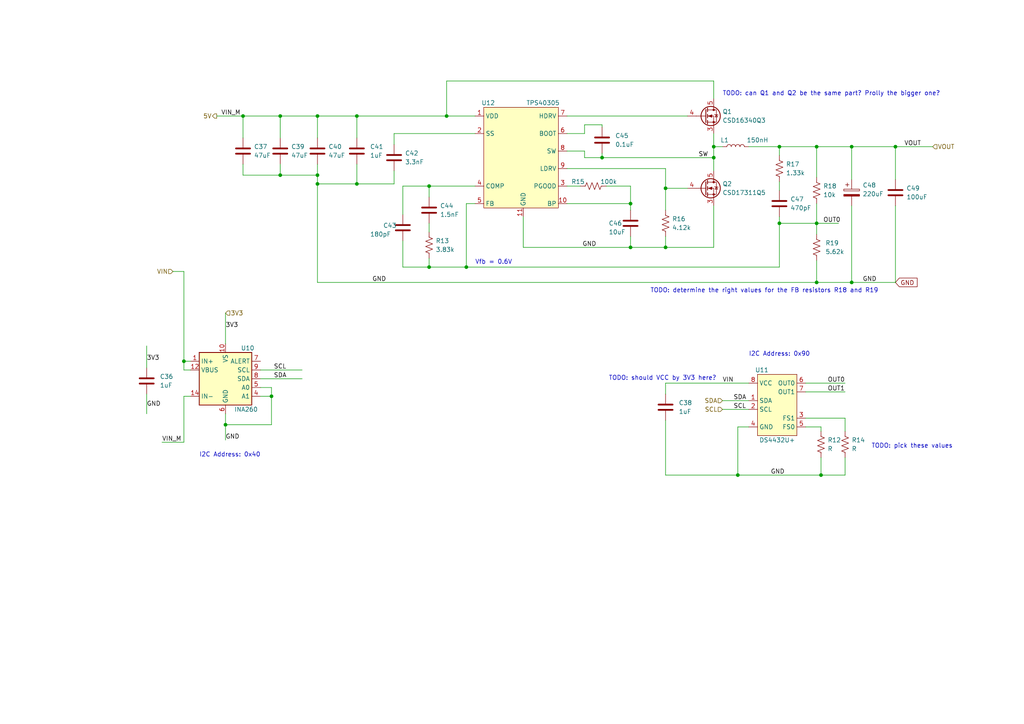
<source format=kicad_sch>
(kicad_sch (version 20211123) (generator eeschema)
  (paper "A4")
  (lib_symbols
    (symbol "Device:C" (pin_numbers hide) (pin_names (offset 0.254))
      (property "Reference" "C" (at 0.635 2.54 0))
      (property "Value" "C" (at 0.635 -2.54 0))
      (symbol "C_0_1"
        (polyline (pts (xy -2.032 -0.762) (xy 2.032 -0.762)) (stroke (width 0.508)))
        (polyline (pts (xy -2.032 0.762) (xy 2.032 0.762)) (stroke (width 0.508)))
      )
      (symbol "C_1_1"
        (pin passive line (at 0 3.81 270) (length 2.794) (name "~") (number "1"))
        (pin passive line (at 0 -3.81 90) (length 2.794) (name "~") (number "2"))
      )
    )
    (symbol "Device:C_Polarized" (pin_numbers hide) (pin_names (offset 0.254))
      (property "Reference" "C" (at 0.635 2.54 0))
      (property "Value" "C_Polarized" (at 0.635 -2.54 0))
      (symbol "C_Polarized_0_1"
        (rectangle (start -2.286 0.508) (end 2.286 1.016))
        (polyline (pts (xy -1.778 2.286) (xy -0.762 2.286)))
        (polyline (pts (xy -1.27 2.794) (xy -1.27 1.778)))
        (rectangle (start 2.286 -0.508) (end -2.286 -1.016) (fill (type outline)))
      )
      (symbol "C_Polarized_1_1"
        (pin passive line (at 0 3.81 270) (length 2.794) (name "~") (number "1"))
        (pin passive line (at 0 -3.81 90) (length 2.794) (name "~") (number "2"))
      )
    )
    (symbol "Device:L" (pin_numbers hide) (pin_names (offset 1.016) hide)
      (property "Reference" "L" (at -1.27 0 90))
      (property "Value" "L" (at 1.905 0 90))
      (symbol "L_0_1"
        (arc (start 0 -2.54) (mid 0.635 -1.905) (end 0 -1.27))
        (arc (start 0 -1.27) (mid 0.635 -0.635) (end 0 0))
        (arc (start 0 0) (mid 0.635 0.635) (end 0 1.27))
        (arc (start 0 1.27) (mid 0.635 1.905) (end 0 2.54))
      )
      (symbol "L_1_1"
        (pin passive line (at 0 3.81 270) (length 1.27) (name "1") (number "1"))
        (pin passive line (at 0 -3.81 90) (length 1.27) (name "2") (number "2"))
      )
    )
    (symbol "Device:R_US" (pin_numbers hide) (pin_names (offset 0))
      (property "Reference" "R" (at 2.54 0 90))
      (property "Value" "R_US" (at -2.54 0 90))
      (symbol "R_US_0_1"
        (polyline (pts (xy 0 -2.286) (xy 0 -2.54)))
        (polyline (pts (xy 0 2.286) (xy 0 2.54)))
        (polyline (pts (xy 0 -0.762) (xy 1.016 -1.143) (xy 0 -1.524) (xy -1.016 -1.905) (xy 0 -2.286)))
        (polyline (pts (xy 0 0.762) (xy 1.016 0.381) (xy 0 0) (xy -1.016 -0.381) (xy 0 -0.762)))
        (polyline (pts (xy 0 2.286) (xy 1.016 1.905) (xy 0 1.524) (xy -1.016 1.143) (xy 0 0.762)))
      )
      (symbol "R_US_1_1"
        (pin passive line (at 0 3.81 270) (length 1.27) (name "~") (number "1"))
        (pin passive line (at 0 -3.81 90) (length 1.27) (name "~") (number "2"))
      )
    )
    (symbol "Q_NMOS_CSD17311Q5_1" (pin_names (offset 0) hide)
      (property "Reference" "Q" (at 5.08 1.27 0))
      (property "Value" "Q_NMOS_CSD17311Q5_1" (at 5.08 -1.27 0))
      (symbol "Q_NMOS_CSD17311Q5_1_0_1"
        (polyline (pts (xy 0.254 0) (xy -2.54 0)))
        (polyline (pts (xy 0.254 1.905) (xy 0.254 -1.905)) (stroke (width 0.254)))
        (polyline (pts (xy 0.762 -1.27) (xy 0.762 -2.286)) (stroke (width 0.254)))
        (polyline (pts (xy 0.762 0.508) (xy 0.762 -0.508)) (stroke (width 0.254)))
        (polyline (pts (xy 0.762 2.286) (xy 0.762 1.27)) (stroke (width 0.254)))
        (polyline (pts (xy 2.54 2.54) (xy 2.54 1.778)))
        (polyline (pts (xy 2.54 -2.54) (xy 2.54 0) (xy 0.762 0)))
        (polyline (pts (xy 0.762 -1.778) (xy 3.302 -1.778) (xy 3.302 1.778) (xy 0.762 1.778)))
        (polyline (pts (xy 1.016 0) (xy 2.032 0.381) (xy 2.032 -0.381) (xy 1.016 0)) (fill (type outline)))
        (polyline (pts (xy 2.794 0.508) (xy 2.921 0.381) (xy 3.683 0.381) (xy 3.81 0.254)))
        (polyline (pts (xy 3.302 0.381) (xy 2.921 -0.254) (xy 3.683 -0.254) (xy 3.302 0.381)))
        (circle (center 1.651 0) (radius 2.794) (stroke (width 0.254)))
        (circle (center 2.54 -1.778) (radius 0.254) (fill (type outline)))
        (circle (center 2.54 1.778) (radius 0.254) (fill (type outline)))
      )
      (symbol "Q_NMOS_CSD17311Q5_1_1_1"
        (pin passive line (at 2.54 -5.08 90) (length 2.54) hide (name "") (number "1"))
        (pin passive line (at 2.54 -5.08 90) (length 2.54) hide (name "") (number "2"))
        (pin passive line (at 2.54 -5.08 90) (length 2.54) (name "S") (number "3"))
        (pin input line (at -5.08 0 0) (length 2.54) (name "G") (number "4"))
        (pin passive line (at 2.54 5.08 270) (length 2.54) (name "D") (number "5"))
      )
    )
    (symbol "Sensor:INA260"
      (property "Reference" "U" (at -6.35 8.89 0))
      (property "Value" "INA260" (at 2.54 8.89 0))
      (symbol "INA260_0_1"
        (rectangle (start -7.62 7.62) (end 7.62 -7.62) (stroke (width 0.254)) (fill (type background)))
      )
      (symbol "INA260_1_1"
        (pin passive line (at -10.16 5.08 0) (length 2.54) (name "IN+") (number "1"))
        (pin power_in line (at 0 10.16 270) (length 2.54) (name "VS") (number "10"))
        (pin passive line (at 0 -10.16 90) (length 2.54) hide (name "GND") (number "11"))
        (pin passive line (at -10.16 2.54 0) (length 2.54) (name "VBUS") (number "12"))
        (pin no_connect line (at 2.54 -7.62 90) (length 2.54) hide (name "NC") (number "13"))
        (pin passive line (at -10.16 -5.08 0) (length 2.54) (name "IN-") (number "14"))
        (pin passive line (at -10.16 -5.08 0) (length 2.54) hide (name "IN-") (number "15"))
        (pin passive line (at -10.16 -5.08 0) (length 2.54) hide (name "IN-") (number "16"))
        (pin passive line (at -10.16 5.08 0) (length 2.54) hide (name "IN+") (number "2"))
        (pin passive line (at -10.16 5.08 0) (length 2.54) hide (name "IN+") (number "3"))
        (pin input line (at 10.16 -5.08 180) (length 2.54) (name "A1") (number "4"))
        (pin input line (at 10.16 -2.54 180) (length 2.54) (name "A0") (number "5"))
        (pin power_in line (at 0 -10.16 90) (length 2.54) (name "GND") (number "6"))
        (pin open_collector line (at 10.16 5.08 180) (length 2.54) (name "ALERT") (number "7"))
        (pin bidirectional line (at 10.16 0 180) (length 2.54) (name "SDA") (number "8"))
        (pin input line (at 10.16 2.54 180) (length 2.54) (name "SCL") (number "9"))
      )
    )
    (symbol "TPS40305:DS4432U+"
      (property "Reference" "U" (at 3.81 10.16 0))
      (property "Value" "DS4432U+" (at -1.27 -10.16 0))
      (symbol "DS4432U+_0_1"
        (rectangle (start -6.35 8.89) (end 5.08 -8.89) (stroke (width 0.1524)) (fill (type background)))
      )
      (symbol "DS4432U+_1_1"
        (pin input line (at -8.89 1.27 0) (length 2.54) (name "SDA") (number "1"))
        (pin input line (at -8.89 -1.27 0) (length 2.54) (name "SCL") (number "2"))
        (pin input line (at 7.62 -3.81 180) (length 2.54) (name "FS1") (number "3"))
        (pin power_in line (at -8.89 -6.35 0) (length 2.54) (name "GND") (number "4"))
        (pin input line (at 7.62 -6.35 180) (length 2.54) (name "FS0") (number "5"))
        (pin output line (at 7.62 6.35 180) (length 2.54) (name "OUT0") (number "6"))
        (pin output line (at 7.62 3.81 180) (length 2.54) (name "OUT1") (number "7"))
        (pin power_in line (at -8.89 6.35 0) (length 2.54) (name "VCC") (number "8"))
      )
    )
    (symbol "TPS40305:Q_NMOS_CSD17311Q5" (pin_names (offset 0) hide)
      (property "Reference" "Q" (at 5.08 1.27 0))
      (property "Value" "Q_NMOS_CSD17311Q5" (at 5.08 -1.27 0))
      (symbol "Q_NMOS_CSD17311Q5_0_1"
        (polyline (pts (xy 0.254 0) (xy -2.54 0)))
        (polyline (pts (xy 0.254 1.905) (xy 0.254 -1.905)) (stroke (width 0.254)))
        (polyline (pts (xy 0.762 -1.27) (xy 0.762 -2.286)) (stroke (width 0.254)))
        (polyline (pts (xy 0.762 0.508) (xy 0.762 -0.508)) (stroke (width 0.254)))
        (polyline (pts (xy 0.762 2.286) (xy 0.762 1.27)) (stroke (width 0.254)))
        (polyline (pts (xy 2.54 2.54) (xy 2.54 1.778)))
        (polyline (pts (xy 2.54 -2.54) (xy 2.54 0) (xy 0.762 0)))
        (polyline (pts (xy 0.762 -1.778) (xy 3.302 -1.778) (xy 3.302 1.778) (xy 0.762 1.778)))
        (polyline (pts (xy 1.016 0) (xy 2.032 0.381) (xy 2.032 -0.381) (xy 1.016 0)) (fill (type outline)))
        (polyline (pts (xy 2.794 0.508) (xy 2.921 0.381) (xy 3.683 0.381) (xy 3.81 0.254)))
        (polyline (pts (xy 3.302 0.381) (xy 2.921 -0.254) (xy 3.683 -0.254) (xy 3.302 0.381)))
        (circle (center 1.651 0) (radius 2.794) (stroke (width 0.254)))
        (circle (center 2.54 -1.778) (radius 0.254) (fill (type outline)))
        (circle (center 2.54 1.778) (radius 0.254) (fill (type outline)))
      )
      (symbol "Q_NMOS_CSD17311Q5_1_1"
        (pin passive line (at 2.54 -5.08 90) (length 2.54) hide (name "") (number "1"))
        (pin passive line (at 2.54 -5.08 90) (length 2.54) hide (name "") (number "2"))
        (pin passive line (at 2.54 -5.08 90) (length 2.54) (name "S") (number "3"))
        (pin input line (at -5.08 0 0) (length 2.54) (name "G") (number "4"))
        (pin passive line (at 2.54 5.08 270) (length 2.54) (name "D") (number "5"))
      )
    )
    (symbol "TPS40305_1"
      (property "Reference" "U" (at 10.16 16.51 0))
      (property "Value" "TPS40305_1" (at -7.62 16.51 0))
      (symbol "TPS40305_1_0_1"
        (rectangle (start -11.43 15.24) (end 10.16 -13.97) (stroke (width 0.1524)) (fill (type background)))
      )
      (symbol "TPS40305_1_1_1"
        (pin input line (at -13.97 12.7 0) (length 2.54) (name "VDD") (number "1"))
        (pin input line (at 12.7 -12.7 180) (length 2.54) (name "BP") (number "10"))
        (pin input line (at 0 -16.51 90) (length 2.54) (name "GND") (number "11"))
        (pin input line (at -13.97 7.62 0) (length 2.54) (name "SS") (number "2"))
        (pin input line (at 12.7 -7.62 180) (length 2.54) (name "PGOOD") (number "3"))
        (pin input line (at -13.97 -7.62 0) (length 2.54) (name "COMP") (number "4"))
        (pin input line (at -13.97 -12.7 0) (length 2.54) (name "FB") (number "5"))
        (pin input line (at 12.7 7.62 180) (length 2.54) (name "BOOT") (number "6"))
        (pin input line (at 12.7 12.7 180) (length 2.54) (name "HDRV") (number "7"))
        (pin input line (at 12.7 2.54 180) (length 2.54) (name "SW") (number "8"))
        (pin input line (at 12.7 -2.54 180) (length 2.54) (name "LDRV") (number "9"))
      )
    )
  )
  (junction (at 124.46 77.47))
  (junction (at 236.855 81.915))
  (junction (at 238.125 137.795))
  (junction (at 92.075 50.8))
  (junction (at 129.54 33.655))
  (junction (at 213.995 137.795))
  (junction (at 193.04 71.755))
  (junction (at 247.015 42.545))
  (junction (at 81.28 50.8))
  (junction (at 226.06 42.545))
  (junction (at 236.855 64.77))
  (junction (at 103.505 33.655))
  (junction (at 81.28 33.655))
  (junction (at 182.88 71.755))
  (junction (at 259.715 42.545))
  (junction (at 174.625 45.72))
  (junction (at 103.505 53.34))
  (junction (at 124.46 53.975))
  (junction (at 193.04 54.61))
  (junction (at 92.075 33.655))
  (junction (at 65.405 123.19))
  (junction (at 236.855 42.545))
  (junction (at 92.075 53.34))
  (junction (at 207.01 42.545))
  (junction (at 78.74 114.935))
  (junction (at 226.06 64.77))
  (junction (at 207.01 45.72))
  (junction (at 70.485 33.655))
  (junction (at 135.255 77.47))
  (junction (at 53.34 104.775))
  (junction (at 247.015 81.915))
  (junction (at 182.88 59.055))
  (wire (pts (xy 114.3 49.53) (xy 114.3 53.34)))
  (wire (pts (xy 245.11 137.795) (xy 238.125 137.795)))
  (wire (pts (xy 193.04 111.125) (xy 217.17 111.125)))
  (wire (pts (xy 236.855 64.77) (xy 236.855 67.945)))
  (wire (pts (xy 259.715 42.545) (xy 270.51 42.545)))
  (wire (pts (xy 193.04 68.58) (xy 193.04 71.755)))
  (wire (pts (xy 174.625 45.72) (xy 207.01 45.72)))
  (wire (pts (xy 65.405 90.805) (xy 65.405 99.695)))
  (wire (pts (xy 164.465 38.735) (xy 169.545 38.735)))
  (wire (pts (xy 103.505 33.655) (xy 103.505 40.005)))
  (wire (pts (xy 116.84 53.975) (xy 116.84 62.23)))
  (wire (pts (xy 259.715 52.07) (xy 259.715 42.545)))
  (wire (pts (xy 53.34 104.775) (xy 53.34 78.74)))
  (wire (pts (xy 92.075 53.34) (xy 92.075 81.915)))
  (wire (pts (xy 233.68 113.665) (xy 245.11 113.665)))
  (wire (pts (xy 169.545 45.72) (xy 174.625 45.72)))
  (wire (pts (xy 245.11 132.715) (xy 245.11 137.795)))
  (wire (pts (xy 193.04 114.3) (xy 193.04 111.125)))
  (wire (pts (xy 169.545 43.815) (xy 169.545 45.72)))
  (wire (pts (xy 55.245 107.315) (xy 53.34 107.315)))
  (wire (pts (xy 247.015 42.545) (xy 247.015 52.07)))
  (wire (pts (xy 193.04 71.755) (xy 207.01 71.755)))
  (wire (pts (xy 226.06 42.545) (xy 236.855 42.545)))
  (wire (pts (xy 114.3 41.91) (xy 114.3 38.735)))
  (wire (pts (xy 174.625 44.45) (xy 174.625 45.72)))
  (wire (pts (xy 175.895 53.975) (xy 182.88 53.975)))
  (wire (pts (xy 129.54 33.655) (xy 137.795 33.655)))
  (wire (pts (xy 53.34 114.935) (xy 53.34 128.27)))
  (wire (pts (xy 46.99 128.27) (xy 53.34 128.27)))
  (wire (pts (xy 209.55 116.205) (xy 217.17 116.205)))
  (wire (pts (xy 207.01 42.545) (xy 209.55 42.545)))
  (wire (pts (xy 70.485 33.655) (xy 81.28 33.655)))
  (wire (pts (xy 75.565 112.395) (xy 78.74 112.395)))
  (wire (pts (xy 81.28 47.625) (xy 81.28 50.8)))
  (wire (pts (xy 226.06 52.705) (xy 226.06 55.245)))
  (wire (pts (xy 193.04 54.61) (xy 199.39 54.61)))
  (wire (pts (xy 92.075 33.655) (xy 92.075 40.005)))
  (wire (pts (xy 236.855 81.915) (xy 247.015 81.915)))
  (wire (pts (xy 92.075 53.34) (xy 103.505 53.34)))
  (wire (pts (xy 78.74 123.19) (xy 65.405 123.19)))
  (wire (pts (xy 182.88 53.975) (xy 182.88 59.055)))
  (wire (pts (xy 164.465 53.975) (xy 168.275 53.975)))
  (wire (pts (xy 182.88 71.755) (xy 193.04 71.755)))
  (wire (pts (xy 213.995 123.825) (xy 217.17 123.825)))
  (wire (pts (xy 62.865 33.655) (xy 70.485 33.655)))
  (wire (pts (xy 124.46 64.77) (xy 124.46 67.31)))
  (wire (pts (xy 92.075 50.8) (xy 92.075 53.34)))
  (wire (pts (xy 55.245 104.775) (xy 53.34 104.775)))
  (wire (pts (xy 207.01 59.69) (xy 207.01 71.755)))
  (wire (pts (xy 233.68 121.285) (xy 245.11 121.285)))
  (wire (pts (xy 238.125 132.715) (xy 238.125 137.795)))
  (wire (pts (xy 137.795 59.055) (xy 135.255 59.055)))
  (wire (pts (xy 81.28 50.8) (xy 92.075 50.8)))
  (wire (pts (xy 207.01 28.575) (xy 207.01 23.495)))
  (wire (pts (xy 207.01 42.545) (xy 207.01 45.72)))
  (wire (pts (xy 135.255 77.47) (xy 124.46 77.47)))
  (wire (pts (xy 78.74 112.395) (xy 78.74 114.935)))
  (wire (pts (xy 92.075 47.625) (xy 92.075 50.8)))
  (wire (pts (xy 233.68 111.125) (xy 245.11 111.125)))
  (wire (pts (xy 164.465 59.055) (xy 182.88 59.055)))
  (wire (pts (xy 103.505 53.34) (xy 114.3 53.34)))
  (wire (pts (xy 169.545 36.195) (xy 174.625 36.195)))
  (wire (pts (xy 236.855 64.77) (xy 243.205 64.77)))
  (wire (pts (xy 193.04 54.61) (xy 193.04 60.96)))
  (wire (pts (xy 114.3 38.735) (xy 137.795 38.735)))
  (wire (pts (xy 213.995 137.795) (xy 213.995 123.825)))
  (wire (pts (xy 207.01 23.495) (xy 129.54 23.495)))
  (wire (pts (xy 103.505 33.655) (xy 129.54 33.655)))
  (wire (pts (xy 42.545 114.3) (xy 42.545 120.015)))
  (wire (pts (xy 81.28 33.655) (xy 92.075 33.655)))
  (wire (pts (xy 164.465 48.895) (xy 193.04 48.895)))
  (wire (pts (xy 70.485 40.005) (xy 70.485 33.655)))
  (wire (pts (xy 207.01 45.72) (xy 207.01 49.53)))
  (wire (pts (xy 164.465 33.655) (xy 199.39 33.655)))
  (wire (pts (xy 226.06 62.865) (xy 226.06 64.77)))
  (wire (pts (xy 65.405 123.19) (xy 65.405 127.635)))
  (wire (pts (xy 233.68 123.825) (xy 238.125 123.825)))
  (wire (pts (xy 226.06 77.47) (xy 135.255 77.47)))
  (wire (pts (xy 226.06 42.545) (xy 226.06 45.085)))
  (wire (pts (xy 247.015 59.69) (xy 247.015 81.915)))
  (wire (pts (xy 103.505 47.625) (xy 103.505 53.34)))
  (wire (pts (xy 236.855 42.545) (xy 236.855 51.435)))
  (wire (pts (xy 193.04 137.795) (xy 213.995 137.795)))
  (wire (pts (xy 75.565 114.935) (xy 78.74 114.935)))
  (wire (pts (xy 92.075 81.915) (xy 236.855 81.915)))
  (wire (pts (xy 124.46 53.975) (xy 124.46 57.15)))
  (wire (pts (xy 65.405 120.015) (xy 65.405 123.19)))
  (wire (pts (xy 135.255 59.055) (xy 135.255 77.47)))
  (wire (pts (xy 70.485 50.8) (xy 81.28 50.8)))
  (wire (pts (xy 245.11 121.285) (xy 245.11 125.095)))
  (wire (pts (xy 164.465 43.815) (xy 169.545 43.815)))
  (wire (pts (xy 209.55 118.745) (xy 217.17 118.745)))
  (wire (pts (xy 259.715 42.545) (xy 247.015 42.545)))
  (wire (pts (xy 55.245 114.935) (xy 53.34 114.935)))
  (wire (pts (xy 124.46 74.93) (xy 124.46 77.47)))
  (wire (pts (xy 247.015 42.545) (xy 236.855 42.545)))
  (wire (pts (xy 169.545 38.735) (xy 169.545 36.195)))
  (wire (pts (xy 226.06 64.77) (xy 226.06 77.47)))
  (wire (pts (xy 137.795 53.975) (xy 124.46 53.975)))
  (wire (pts (xy 236.855 75.565) (xy 236.855 81.915)))
  (wire (pts (xy 236.855 59.055) (xy 236.855 64.77)))
  (wire (pts (xy 81.28 33.655) (xy 81.28 40.005)))
  (wire (pts (xy 174.625 36.195) (xy 174.625 36.83)))
  (wire (pts (xy 42.545 100.33) (xy 42.545 106.68)))
  (wire (pts (xy 259.715 59.69) (xy 259.715 81.915)))
  (wire (pts (xy 53.34 107.315) (xy 53.34 104.775)))
  (wire (pts (xy 92.075 33.655) (xy 103.505 33.655)))
  (wire (pts (xy 124.46 77.47) (xy 116.84 77.47)))
  (wire (pts (xy 238.125 123.825) (xy 238.125 125.095)))
  (wire (pts (xy 75.565 107.315) (xy 87.63 107.315)))
  (wire (pts (xy 78.74 114.935) (xy 78.74 123.19)))
  (wire (pts (xy 247.015 81.915) (xy 259.715 81.915)))
  (wire (pts (xy 70.485 47.625) (xy 70.485 50.8)))
  (wire (pts (xy 238.125 137.795) (xy 213.995 137.795)))
  (wire (pts (xy 151.765 62.865) (xy 151.765 71.755)))
  (wire (pts (xy 182.88 59.055) (xy 182.88 60.96)))
  (wire (pts (xy 193.04 121.92) (xy 193.04 137.795)))
  (wire (pts (xy 207.01 38.735) (xy 207.01 42.545)))
  (wire (pts (xy 226.06 64.77) (xy 236.855 64.77)))
  (wire (pts (xy 50.165 78.74) (xy 53.34 78.74)))
  (wire (pts (xy 75.565 109.855) (xy 87.63 109.855)))
  (wire (pts (xy 193.04 48.895) (xy 193.04 54.61)))
  (wire (pts (xy 129.54 23.495) (xy 129.54 33.655)))
  (wire (pts (xy 217.17 42.545) (xy 226.06 42.545)))
  (wire (pts (xy 182.88 68.58) (xy 182.88 71.755)))
  (wire (pts (xy 151.765 71.755) (xy 182.88 71.755)))
  (wire (pts (xy 124.46 53.975) (xy 116.84 53.975)))
  (wire (pts (xy 116.84 77.47) (xy 116.84 69.85)))
  (text "Vfb = 0.6V" (at 137.795 76.835 0) (effects (font (size 1.27 1.27)) (justify left bottom)))
  (text "I2C Address: 0x90" (at 217.17 103.505 0) (effects (font (size 1.27 1.27)) (justify left bottom)))
  (text "TODO: pick these values" (at 252.73 130.175 0) (effects (font (size 1.27 1.27)) (justify left bottom)))
  (text "TODO: should VCC by 3V3 here?" (at 176.53 110.49 0) (effects (font (size 1.27 1.27)) (justify left bottom)))
  (text "I2C Address: 0x40" (at 57.785 132.715 0) (effects (font (size 1.27 1.27)) (justify left bottom)))
  (text "TODO: determine the right values for the FB resistors R18 and R19" (at 188.595 85.09 0) (effects (font (size 1.27 1.27)) (justify left bottom)))
  (text "TODO: can Q1 and Q2 be the same part? Prolly the bigger one?" (at 209.55 27.94 0) (effects (font (size 1.27 1.27)) (justify left bottom)))
  (label "VOUT" (at 262.255 42.545 0))
  (label "SDA" (at 212.725 116.205 0))
  (label "VIN_M" (at 46.99 128.27 0))
  (label "GND" (at 65.405 127.635 0))
  (label "SW" (at 202.565 45.72 0))
  (label "VIN" (at 209.55 111.125 0))
  (label "OUT0" (at 238.76 64.77 0))
  (label "VIN_M" (at 64.135 33.655 0))
  (label "GND" (at 250.19 81.915 0))
  (label "GND" (at 168.91 71.755 0))
  (label "GND" (at 107.95 81.915 0))
  (label "3V3" (at 65.405 95.25 0))
  (label "GND" (at 42.545 118.11 0))
  (label "SCL" (at 79.375 107.315 0))
  (label "3V3" (at 42.545 104.775 0))
  (label "OUT1" (at 240.03 113.665 0))
  (label "SCL" (at 212.725 118.745 0))
  (label "SDA" (at 79.375 109.855 0))
  (label "OUT0" (at 240.03 111.125 0))
  (label "GND" (at 223.52 137.795 0))
  (global_label "GND" (shape input) (at 259.715 81.915 0) (property "Intersheet References" "${INTERSHEET_REFS}" (effects hide)))
  (hierarchical_label "5V" (shape output) (at 62.865 33.655 180))
  (hierarchical_label "VOUT" (shape input) (at 270.51 42.545 0))
  (hierarchical_label "SDA" (shape input) (at 209.55 116.205 180))
  (hierarchical_label "SCL" (shape input) (at 209.55 118.745 180))
  (hierarchical_label "3V3" (shape input) (at 65.405 90.805 0))
  (hierarchical_label "VIN" (shape input) (at 50.165 78.74 180))
  (symbol (lib_id "Device:C") (at 70.485 43.815 0) (unit 1)
    (property "Reference" "C37" (at 73.66 42.5449 0) (effects (justify left)))
    (property "Value" "47uF" (at 73.66 45.0849 0) (effects (justify left)))
    (property "Footprint" "Capacitor_SMD:C_1210_3225Metric" (effects hide))
    (property "DK" "490-6539-1-ND" (effects hide))
    (property "PARTNO" "GRM32ER61C476KE15L" (effects hide))
  )
  (symbol (lib_id "Device:R_US") (at 172.085 53.975 90) (unit 1)
    (property "Reference" "R15" (at 167.64 52.705 90))
    (property "Value" "100k" (at 176.53 52.705 90))
    (property "Footprint" "Resistor_SMD:R_0402_1005Metric" (effects hide))
    (property "DK" "311-100KJRCT-ND" (effects hide))
  )
  (symbol (lib_id "Device:C") (at 174.625 40.64 0) (unit 1)
    (property "Reference" "C45" (at 178.435 39.3699 0) (effects (justify left)))
    (property "Value" "0.1uF" (at 178.435 41.9099 0) (effects (justify left)))
    (property "Footprint" "Capacitor_SMD:C_0402_1005Metric" (effects hide))
    (property "DK" "1276-1043-1-ND" (effects hide))
  )
  (symbol (lib_id "Device:R_US") (at 124.46 71.12 0) (unit 1)
    (property "Reference" "R13" (at 126.365 69.8499 0) (effects (justify left)))
    (property "Value" "3.83k" (at 126.365 72.3899 0) (effects (justify left)))
    (property "Footprint" "Resistor_SMD:R_0402_1005Metric" (effects hide))
    (property "DK" "311-3.83KLRCT-ND" (effects hide))
  )
  (symbol (lib_name "TPS40305_1") (lib_id "TPS40305:TPS40305") (at 151.765 46.355 0) (unit 1)
    (property "Reference" "U12" (at 141.605 29.845 0))
    (property "Value" "TPS40305" (at 157.48 29.845 0))
  )
  (symbol (lib_id "Device:C") (at 114.3 45.72 0) (unit 1)
    (property "Reference" "C42" (at 117.475 44.4499 0) (effects (justify left)))
    (property "Value" "3.3nF" (at 117.475 46.9899 0) (effects (justify left)))
    (property "Footprint" "Capacitor_SMD:C_0402_1005Metric" (effects hide))
    (property "DK" "1276-1552-1-ND" (effects hide))
  )
  (symbol (lib_id "Sensor:INA260") (at 65.405 109.855 0) (unit 1)
    (property "Reference" "U10" (at 69.85 100.965 0) (effects (justify left)))
    (property "Value" "INA260" (at 67.945 118.745 0) (effects (justify left)))
    (property "Footprint" "Package_SO:TSSOP-16_4.4x5mm_P0.65mm" (effects hide))
    (property "Datasheet" "http://www.ti.com/lit/ds/symlink/ina260.pdf" (effects hide))
    (property "PARTNO" "INA260AIPWR" (effects hide))
  )
  (symbol (lib_id "TPS40305:DS4432U+") (at 226.06 117.475 0) (unit 1)
    (property "Reference" "U11" (at 220.98 107.315 0))
    (property "Value" "DS4432U+" (at 225.425 127.635 0))
  )
  (symbol (lib_id "Device:R_US") (at 236.855 55.245 0) (unit 1)
    (property "Reference" "R18" (at 238.76 53.9749 0) (effects (justify left)))
    (property "Value" "10k" (at 238.76 56.5149 0) (effects (justify left)))
    (property "Footprint" "Resistor_SMD:R_0402_1005Metric" (effects hide))
    (property "DK" "311-10KJRCT-ND" (effects hide))
  )
  (symbol (lib_id "Device:R_US") (at 193.04 64.77 0) (unit 1)
    (property "Reference" "R16" (at 194.945 63.4999 0) (effects (justify left)))
    (property "Value" "4.12k" (at 194.945 66.0399 0) (effects (justify left)))
    (property "Footprint" "Resistor_SMD:R_0402_1005Metric" (effects hide))
    (property "DK" "RMCF0402FT4K12CT-ND" (effects hide))
  )
  (symbol (lib_name "Q_NMOS_CSD17311Q5_1") (lib_id "TPS40305:Q_NMOS_CSD17311Q5") (at 204.47 54.61 0) (unit 1)
    (property "Reference" "Q2" (at 209.55 53.34 0) (effects (justify left)))
    (property "Value" "CSD17311Q5" (at 209.55 55.88 0) (effects (justify left)))
    (property "Footprint" "TPS40305_supply:CSD17311Q5" (effects hide))
    (property "Datasheet" "https://www.ti.com/lit/ds/symlink/csd17311q5.pdf" (effects hide))
    (property "DK" "296-27625-1-ND" (effects hide))
    (property "PARTNO" "CSD17311Q5" (effects hide))
  )
  (symbol (lib_id "Device:C_Polarized") (at 247.015 55.88 0) (unit 1)
    (property "Reference" "C48" (at 250.19 53.7209 0) (effects (justify left)))
    (property "Value" "220uF" (at 250.19 56.2609 0) (effects (justify left)))
    (property "Footprint" "TPS40305_supply:CAP_2R5TPE220MAFB" (effects hide))
    (property "Datasheet" "https://media.digikey.com/pdf/Data%20Sheets/Panasonic%20Capacitors%20PDFs/TPE_Series_POSCAP_Rev02_Oct_2017.pdf" (effects hide))
    (property "PARTNO" "2R5TPE220MAFB" (effects hide))
    (property "DK" "P16200CT-ND" (effects hide))
  )
  (symbol (lib_id "Device:C") (at 103.505 43.815 0) (unit 1)
    (property "Reference" "C41" (at 107.315 42.5449 0) (effects (justify left)))
    (property "Value" "1uF" (at 107.315 45.0849 0) (effects (justify left)))
    (property "Footprint" "Capacitor_SMD:C_0805_2012Metric" (effects hide))
    (property "DK" "1276-6471-1-ND" (effects hide))
  )
  (symbol (lib_id "Device:C") (at 259.715 55.88 0) (unit 1)
    (property "Reference" "C49" (at 262.89 54.6099 0) (effects (justify left)))
    (property "Value" "100uF" (at 262.89 57.1499 0) (effects (justify left)))
    (property "Footprint" "Capacitor_SMD:C_1206_3216Metric" (effects hide))
    (property "PARTNO" "C3216X5R0J107M160AB" (effects hide))
    (property "DK" "445-6008-1-ND" (effects hide))
  )
  (symbol (lib_id "Device:C") (at 81.28 43.815 0) (unit 1)
    (property "Reference" "C39" (at 84.455 42.5449 0) (effects (justify left)))
    (property "Value" "47uF" (at 84.455 45.0849 0) (effects (justify left)))
    (property "Footprint" "Capacitor_SMD:C_1210_3225Metric" (effects hide))
    (property "DK" "490-6539-1-ND" (effects hide))
    (property "PARTNO" "GRM32ER61C476KE15L" (effects hide))
  )
  (symbol (lib_id "Device:C") (at 92.075 43.815 0) (unit 1)
    (property "Reference" "C40" (at 95.25 42.5449 0) (effects (justify left)))
    (property "Value" "47uF" (at 95.25 45.0849 0) (effects (justify left)))
    (property "Footprint" "Capacitor_SMD:C_1210_3225Metric" (effects hide))
    (property "DK" "490-6539-1-ND" (effects hide))
    (property "PARTNO" "GRM32ER61C476KE15L" (effects hide))
  )
  (symbol (lib_id "Device:L") (at 213.36 42.545 90) (unit 1)
    (property "Reference" "L1" (at 210.185 40.64 90))
    (property "Value" "150nH" (at 219.71 40.64 90))
    (property "Footprint" "TPS40305_supply:FP1005R1-R15-R" (effects hide))
    (property "Datasheet" "https://www.eaton.com/content/dam/eaton/products/electronic-components/resources/data-sheet/eaton-fp1005r-high-current-power-inductors-data-sheet.pdf" (effects hide))
    (property "PARTNO" "FP1005R1-R15-R" (effects hide))
    (property "DK" "513-1568-1-ND" (effects hide))
  )
  (symbol (lib_id "Device:C") (at 182.88 64.77 0) (unit 1)
    (property "Reference" "C46" (at 176.53 64.77 0) (effects (justify left)))
    (property "Value" "10uF" (at 176.53 67.31 0) (effects (justify left)))
    (property "Footprint" "Capacitor_SMD:C_0805_2012Metric" (effects hide))
    (property "DK" "1276-1096-1-ND" (effects hide))
  )
  (symbol (lib_id "Device:R_US") (at 238.125 128.905 0) (unit 1)
    (property "Reference" "R12" (at 240.03 127.6349 0) (effects (justify left)))
    (property "Value" "R" (at 240.03 130.1749 0) (effects (justify left)))
    (property "Footprint" "Resistor_SMD:R_0402_1005Metric" (effects hide))
  )
  (symbol (lib_id "Device:C") (at 193.04 118.11 0) (unit 1)
    (property "Reference" "C38" (at 196.85 116.8399 0) (effects (justify left)))
    (property "Value" "1uF" (at 196.85 119.3799 0) (effects (justify left)))
    (property "Footprint" "Capacitor_SMD:C_0805_2012Metric" (effects hide))
    (property "DK" "1276-6471-1-ND" (effects hide))
  )
  (symbol (lib_id "Device:C") (at 226.06 59.055 0) (unit 1)
    (property "Reference" "C47" (at 229.235 57.7849 0) (effects (justify left)))
    (property "Value" "470pF" (at 229.235 60.3249 0) (effects (justify left)))
    (property "Footprint" "Capacitor_SMD:C_0805_2012Metric" (effects hide))
    (property "DK" "1292-1580-1-ND" (effects hide))
  )
  (symbol (lib_id "Device:R_US") (at 245.11 128.905 0) (unit 1)
    (property "Reference" "R14" (at 247.015 127.6349 0) (effects (justify left)))
    (property "Value" "R" (at 247.015 130.1749 0) (effects (justify left)))
    (property "Footprint" "Resistor_SMD:R_0402_1005Metric" (effects hide))
  )
  (symbol (lib_id "Device:R_US") (at 236.855 71.755 0) (unit 1)
    (property "Reference" "R19" (at 239.395 70.4849 0) (effects (justify left)))
    (property "Value" "5.62k" (at 239.395 73.0249 0) (effects (justify left)))
    (property "Footprint" "Resistor_SMD:R_0402_1005Metric" (effects hide))
    (property "DK" "RMCF0402FT5K62CT-ND" (effects hide))
  )
  (symbol (lib_id "Device:C") (at 42.545 110.49 0) (unit 1)
    (property "Reference" "C36" (at 46.355 109.2199 0) (effects (justify left)))
    (property "Value" "1uF" (at 46.355 111.7599 0) (effects (justify left)))
    (property "Footprint" "Capacitor_SMD:C_0805_2012Metric" (effects hide))
    (property "DK" "1276-6471-1-ND" (effects hide))
  )
  (symbol (lib_id "Device:C") (at 116.84 66.04 0) (unit 1)
    (property "Reference" "C43" (at 111.125 65.405 0) (effects (justify left)))
    (property "Value" "180pF" (at 107.315 67.945 0) (effects (justify left)))
    (property "Footprint" "Capacitor_SMD:C_0805_2012Metric" (effects hide))
    (property "DK" "311-1114-1-ND" (effects hide))
  )
  (symbol (lib_id "TPS40305:Q_NMOS_CSD17311Q5") (at 204.47 33.655 0) (unit 1)
    (property "Reference" "Q1" (at 209.55 32.385 0) (effects (justify left)))
    (property "Value" "CSD16340Q3" (at 209.55 34.925 0) (effects (justify left)))
    (property "Footprint" "TPS40305_supply:CSD16340Q3" (effects hide))
    (property "Datasheet" "https://www.ti.com/lit/ds/symlink/csd16340q3.pdf" (effects hide))
    (property "PARTNO" "CSD16340Q3" (effects hide))
    (property "DK" "296-25646-1-ND" (effects hide))
  )
  (symbol (lib_id "Device:C") (at 124.46 60.96 0) (unit 1)
    (property "Reference" "C44" (at 127.635 59.6899 0) (effects (justify left)))
    (property "Value" "1.5nF" (at 127.635 62.2299 0) (effects (justify left)))
    (property "Footprint" "Capacitor_SMD:C_0805_2012Metric" (effects hide))
    (property "DK" "311-1128-1-ND" (effects hide))
  )
  (symbol (lib_id "Device:R_US") (at 226.06 48.895 0) (unit 1)
    (property "Reference" "R17" (at 227.965 47.6249 0) (effects (justify left)))
    (property "Value" "1.33k" (at 227.965 50.1649 0) (effects (justify left)))
    (property "Footprint" "Resistor_SMD:R_0402_1005Metric" (effects hide))
    (property "DK" "311-1.33KLRCT-ND" (effects hide))
  )
)
</source>
